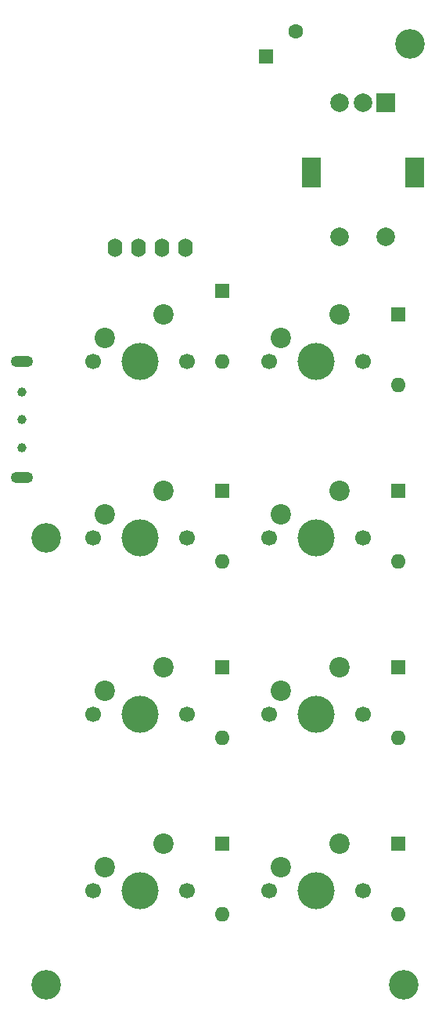
<source format=gbr>
%TF.GenerationSoftware,KiCad,Pcbnew,(6.0.9)*%
%TF.CreationDate,2023-04-09T12:51:12-04:00*%
%TF.ProjectId,MainPad,4d61696e-5061-4642-9e6b-696361645f70,rev?*%
%TF.SameCoordinates,Original*%
%TF.FileFunction,Soldermask,Top*%
%TF.FilePolarity,Negative*%
%FSLAX46Y46*%
G04 Gerber Fmt 4.6, Leading zero omitted, Abs format (unit mm)*
G04 Created by KiCad (PCBNEW (6.0.9)) date 2023-04-09 12:51:12*
%MOMM*%
%LPD*%
G01*
G04 APERTURE LIST*
%ADD10C,3.200000*%
%ADD11C,1.008000*%
%ADD12O,2.416000X1.208000*%
%ADD13R,1.600000X1.600000*%
%ADD14O,1.600000X1.600000*%
%ADD15C,4.000000*%
%ADD16C,1.700000*%
%ADD17C,2.200000*%
%ADD18O,1.600000X2.000000*%
%ADD19R,2.000000X2.000000*%
%ADD20C,2.000000*%
%ADD21R,2.000000X3.200000*%
%ADD22C,1.600000*%
G04 APERTURE END LIST*
D10*
%TO.C,Hole1*%
X123190000Y-83820000D03*
%TD*%
%TO.C,Hole2*%
X123190000Y-132080000D03*
%TD*%
%TO.C,Hole3*%
X161925000Y-132080000D03*
%TD*%
%TO.C,Hole4*%
X162560000Y-30480000D03*
%TD*%
D11*
%TO.C,PoweSwitch1*%
X120530000Y-68070000D03*
X120530000Y-71070000D03*
X120530000Y-74070000D03*
D12*
X120530000Y-64770000D03*
X120530000Y-77270000D03*
%TD*%
D13*
%TO.C,U9*%
X161290000Y-116840000D03*
D14*
X161290000Y-124460000D03*
%TD*%
D13*
%TO.C,U8*%
X142240000Y-116840000D03*
D14*
X142240000Y-124460000D03*
%TD*%
D13*
%TO.C,U7*%
X161290000Y-97790000D03*
D14*
X161290000Y-105410000D03*
%TD*%
D13*
%TO.C,U6*%
X142240000Y-97790000D03*
D14*
X142240000Y-105410000D03*
%TD*%
D13*
%TO.C,U5*%
X161290000Y-78740000D03*
D14*
X161290000Y-86360000D03*
%TD*%
D13*
%TO.C,U4*%
X142240000Y-78740000D03*
D14*
X142240000Y-86360000D03*
%TD*%
D13*
%TO.C,U3*%
X161290000Y-59690000D03*
D14*
X161290000Y-67310000D03*
%TD*%
D13*
%TO.C,U2*%
X142240000Y-57150000D03*
D14*
X142240000Y-64770000D03*
%TD*%
D15*
%TO.C,SW8*%
X152400000Y-121920000D03*
D16*
X147320000Y-121920000D03*
X157480000Y-121920000D03*
D17*
X154940000Y-116840000D03*
X148590000Y-119380000D03*
%TD*%
D15*
%TO.C,SW7*%
X133350000Y-121920000D03*
D16*
X128270000Y-121920000D03*
X138430000Y-121920000D03*
D17*
X135890000Y-116840000D03*
X129540000Y-119380000D03*
%TD*%
D15*
%TO.C,SW6*%
X152400000Y-102870000D03*
D16*
X147320000Y-102870000D03*
X157480000Y-102870000D03*
D17*
X154940000Y-97790000D03*
X148590000Y-100330000D03*
%TD*%
D15*
%TO.C,SW5*%
X133350000Y-102870000D03*
D16*
X128270000Y-102870000D03*
X138430000Y-102870000D03*
D17*
X135890000Y-97790000D03*
X129540000Y-100330000D03*
%TD*%
D15*
%TO.C,SW4*%
X152400000Y-83820000D03*
D16*
X147320000Y-83820000D03*
X157480000Y-83820000D03*
D17*
X154940000Y-78740000D03*
X148590000Y-81280000D03*
%TD*%
D15*
%TO.C,SW3*%
X133350000Y-83820000D03*
D16*
X128270000Y-83820000D03*
X138430000Y-83820000D03*
D17*
X135890000Y-78740000D03*
X129540000Y-81280000D03*
%TD*%
D15*
%TO.C,SW2*%
X152400000Y-64770000D03*
D16*
X147320000Y-64770000D03*
X157480000Y-64770000D03*
D17*
X154940000Y-59690000D03*
X148590000Y-62230000D03*
%TD*%
D15*
%TO.C,SW1*%
X133350000Y-64770000D03*
D16*
X128270000Y-64770000D03*
X138430000Y-64770000D03*
D17*
X135890000Y-59690000D03*
X129540000Y-62230000D03*
%TD*%
D18*
%TO.C,Screen1*%
X130620000Y-52510000D03*
X133160000Y-52510000D03*
X138240000Y-52510000D03*
X135700000Y-52510000D03*
%TD*%
D19*
%TO.C,Knob1*%
X159980000Y-36830000D03*
D20*
X154980000Y-36830000D03*
X157480000Y-36830000D03*
D21*
X151880000Y-44330000D03*
X163080000Y-44330000D03*
D20*
X154980000Y-51330000D03*
X159980000Y-51330000D03*
%TD*%
D13*
%TO.C,BT1*%
X146965000Y-31805000D03*
D22*
X150215000Y-29155000D03*
%TD*%
M02*

</source>
